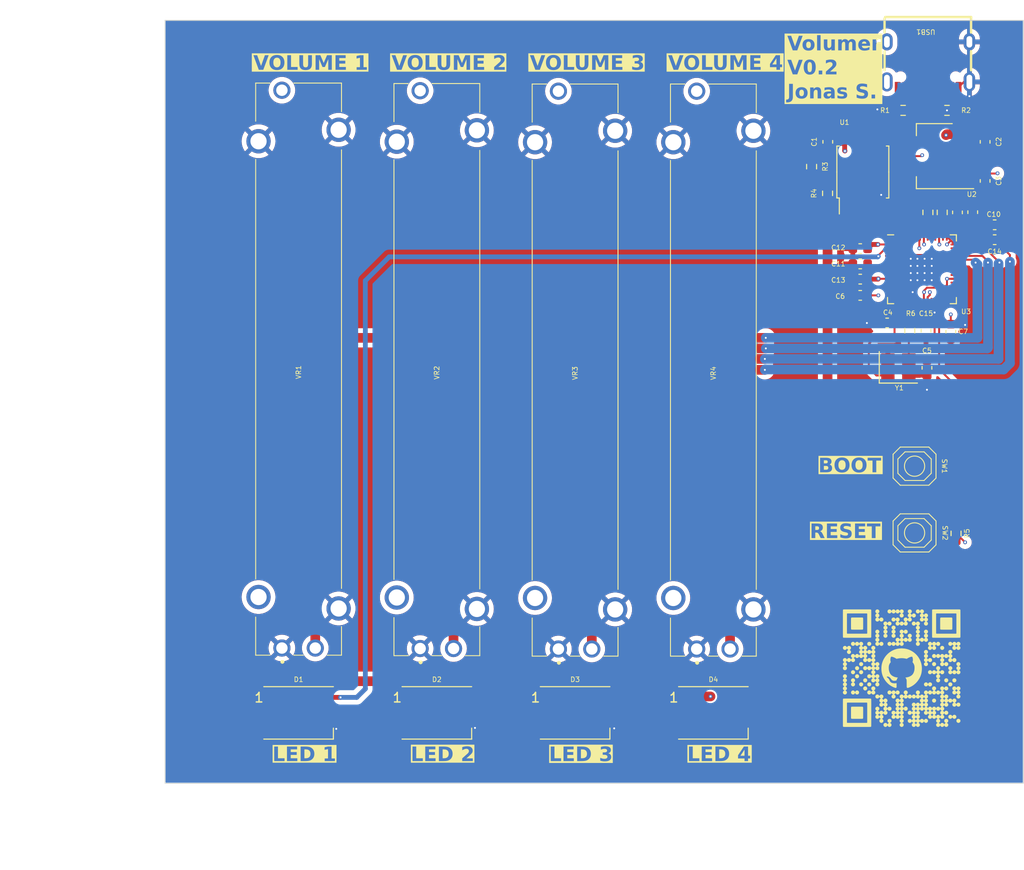
<source format=kicad_pcb>
(kicad_pcb (version 20221018) (generator pcbnew)
  (layers (0 "F.Cu" signal "FRONT") (1 "In1.Cu" power "GND") (2 "In2.Cu" power "POWER") (31 "B.Cu" signal "BACK") (34 "B.Paste" user) (35 "F.Paste" user) (36 "B.SilkS" user "B.Silkscreen") (37 "F.SilkS" user "F.Silkscreen") (38 "B.Mask" user) (39 "F.Mask" user) (44 "Edge.Cuts" user))
  (net 0 "")
  (net 1 "GND")
  (net 2 "/rp2040/XIN")
  (net 3 "Net-(C5-Pad1)")
  (net 4 "/rp2040/1V1")
  (net 5 "Net-(D1-DOUT)")
  (net 6 "/LED")
  (net 7 "+5V")
  (net 8 "+3V3")
  (net 9 "Net-(D2-DOUT)")
  (net 14 "/rp2040/~{RST}")
  (net 15 "/rp2040/XOUT")
  (net 16 "/rp2040/QSPI_SS")
  (net 17 "/rp2040/N_USB_D+")
  (net 18 "/USB_D+")
  (net 19 "/rp2040/N_USB_D-")
  (net 20 "/USB_D-")
  (net 21 "/rp2040/~{USB_BOOT}")
  (net 22 "Net-(USB1-CC2)")
  (net 23 "Net-(USB1-CC1)")
  (net 24 "/rp2040/QSPI_SD1")
  (net 25 "/rp2040/QSPI_SD2")
  (net 26 "/rp2040/QSPI_SD0")
  (net 27 "/rp2040/QSPI_CLK")
  (net 28 "/rp2040/QSPI_SD3")
  (net 40 "/rp2040/SWCLK")
  (net 41 "/rp2040/SWD")
  (net 52 "/vol_1")
  (net 55 "/vol_2")
  (net 56 "/vol_3")
  (net 57 "/vol_4")
  (net 58 "Net-(D3-DOUT)")
  (footprint "Resistor_SMD:R_0603_1608Metric" (layer "F.Cu") (at 190.95 99.3625 90)
    (fp_text reference "R5")
    (fp_text value "10k")
  )
  (footprint "Capacitor_SMD:C_0603_1608Metric" (layer "F.Cu") (at 195 67)
    (fp_text reference "C10")
    (fp_text value "100n")
  )
  (footprint "Capacitor_SMD:C_0603_1608Metric" (layer "F.Cu") (at 190.4 78.2 -90)
    (fp_text reference "C7")
    (fp_text value "100n")
  )
  (footprint "Capacitor_SMD:C_0603_1608Metric" (layer "F.Cu") (at 194 62.4 -90)
    (fp_text reference "C3")
    (fp_text value "10u")
  )
  (footprint "Resistor_SMD:R_0603_1608Metric" (layer "F.Cu") (at 189.5 65.7 90)
    (fp_text reference "R8" hide)
    (fp_text value "33")
  )
  (footprint "Resistor_SMD:R_0603_1608Metric" (layer "F.Cu") (at 190 55)
    (fp_text reference "R2")
    (fp_text value "5k1")
  )
  (footprint "slide_pot:PTA45432015CPB503" (layer "F.Cu") (at 163.75 111.4875 90)
    (fp_text reference "VR4")
    (fp_text value "slide_pot" hide)
  )
  (footprint "slide_pot:PTA45432015CPB503" (layer "F.Cu") (at 149.25 111.4875 90)
    (fp_text reference "VR3")
    (fp_text value "slide_pot" hide)
  )
  (footprint "Resistor_SMD:R_0603_1608Metric" (layer "F.Cu") (at 177.475048 63.7 90)
    (fp_text reference "R4")
    (fp_text value "1k")
  )
  (footprint "slide_pot:PTA45432015CPB503" (layer "F.Cu") (at 134.75 111.4375 90)
    (fp_text reference "VR2")
    (fp_text value "slide_pot" hide)
  )
  (footprint "Resistor_SMD:R_0603_1608Metric" (layer "F.Cu") (at 185.4 55 180)
    (fp_text reference "R1")
    (fp_text value "5k1")
  )
  (footprint "push_button:TS-1187A-B-A-B" (layer "F.Cu") (at 186.6 99.3125)
    (fp_text reference "SW2")
    (fp_text value "TS-3025-B-C-B ")
  )
  (footprint "Capacitor_SMD:C_0603_1608Metric" (layer "F.Cu") (at 180.9 69.5 180)
    (fp_text reference "C12")
    (fp_text value "100n")
  )
  (footprint "LED_SMD:LED_WS2812B_PLCC4_5.0x5.0mm_P3.2mm" (layer "F.Cu") (at 151 118.1875)
    (fp_text reference "D3")
    (fp_text value "WS2812B")
  )
  (footprint "Capacitor_SMD:C_0603_1608Metric" (layer "F.Cu") (at 194 58.3 -90)
    (fp_text reference "C2")
    (fp_text value "100n")
  )
  (footprint "Capacitor_SMD:C_0603_1608Metric" (layer "F.Cu") (at 195 68.5625)
    (fp_text reference "C14")
    (fp_text value "100n")
  )
  (footprint "Capacitor_SMD:C_0603_1608Metric" (layer "F.Cu") (at 183.725 77.3 180)
    (fp_text reference "C4")
    (fp_text value "30p")
  )
  (footprint "LED_SMD:LED_WS2812B_PLCC4_5.0x5.0mm_P3.2mm" (layer "F.Cu") (at 165.5 118.1875)
    (fp_text reference "D4")
    (fp_text value "WS2812B")
  )
  (footprint "USBC:USBC_16P" (layer "F.Cu") (at 188.024985 49.02262 180)
    (fp_text reference "USB1")
    (fp_text value "~")
  )
  (footprint "Resistor_SMD:R_0603_1608Metric" (layer "F.Cu") (at 175.8 60.9 -90)
    (fp_text reference "R3")
    (fp_text value "10k")
  )
  (footprint "Capacitor_SMD:C_0603_1608Metric" (layer "F.Cu") (at 187.9 82 -90)
    (fp_text reference "C5")
    (fp_text value "30p")
  )
  (footprint "Crystal:Crystal_SMD_3225-4Pin_3.2x2.5mm" (layer "F.Cu") (at 184.9 81.95)
    (fp_text reference "Y1")
    (fp_text value "12Mhz")
  )
  (footprint "libs:qr" (layer "F.Cu") (at 185.25 113.5)
    (fp_text reference "G***" hide)
    (fp_text value "LOGO" hide)
  )
  (footprint "LED_SMD:LED_WS2812B_PLCC4_5.0x5.0mm_P3.2mm" (layer "F.Cu") (at 136.5 118.1875)
    (fp_text reference "D2")
    (fp_text value "WS2812B")
  )
  (footprint "push_button:TS-1187A-B-A-B" (layer "F.Cu") (at 186.6 92.3125)
    (fp_text reference "SW1")
    (fp_text value "TS-3025-B-C-B ")
  )
  (footprint "Capacitor_SMD:C_0603_1608Metric" (layer "F.Cu") (at 192.7 65.675 90)
    (fp_text reference "C9" hide)
    (fp_text value "1u")
  )
  (footprint "Package_TO_SOT_SMD:SOT-223-3_TabPin2" (layer "F.Cu") (at 188.7 59.8 180)
    (fp_text reference "U2")
    (fp_text value "LD1117S33TR")
  )
  (footprint "Package_SO:SOIC-8_5.23x5.23mm_P1.27mm" (layer "F.Cu") (at 181.175048 61.462554 90)
    (fp_text reference "U1")
    (fp_text value "W25Q128JVS")
  )
  (footprint "Resistor_SMD:R_0603_1608Metric" (layer "F.Cu") (at 186.1 78.1 -90)
    (fp_text reference "R6")
    (fp_text value "1k")
  )
  (footprint "LED_SMD:LED_WS2812B_PLCC4_5.0x5.0mm_P3.2mm" (layer "F.Cu") (at 122 118.1875)
    (fp_text reference "D1")
    (fp_text value "WS2812B")
  )
  (footprint "Capacitor_SMD:C_0603_1608Metric" (layer "F.Cu") (at 191.1 65.7 90)
    (fp_text reference "C8" hide)
    (fp_text value "1u")
  )
  (footprint "Package_DFN_QFN:QFN-56-1EP_7x7mm_P0.4mm_EP3.2x3.2mm" (layer "F.Cu") (at 187.375048 71.662554)
    (fp_text reference "U3")
    (fp_text value "RP2040")
  )
  (footprint "Capacitor_SMD:C_0603_1608Metric" (layer "F.Cu") (at 180.9 74.4 180)
    (fp_text reference "C6")
    (fp_text value "100n")
  )
  (footprint "Capacitor_SMD:C_0603_1608Metric" (layer "F.Cu") (at 180.9 72.7 180)
    (fp_text reference "C13")
    (fp_text value "100n")
  )
  (footprint "Capacitor_SMD:C_0603_1608Metric" (layer "F.Cu") (at 180.9 71.1 180)
    (fp_text reference "C11")
    (fp_text value "100n")
  )
  (footprint "Resistor_SMD:R_0603_1608Metric" (layer "F.Cu") (at 188 65.7 90)
    (fp_text reference "R7" hide)
    (fp_text value "33")
  )
  (footprint "Capacitor_SMD:C_0603_1608Metric" (layer "F.Cu") (at 177.5 58.3 90)
    (fp_text reference "C1")
    (fp_text value "100n")
  )
  (footprint "Capacitor_SMD:C_0603_1608Metric" (layer "F.Cu") (at 187.8 78.1 -90)
    (fp_text reference "C15")
    (fp_text value "100n")
  )
  (footprint "slide_pot:PTA45432015CPB503" (layer "F.Cu") (at 120.25 111.3875 90)
    (fp_text reference "VR1")
    (fp_text value "slide_pot" hide)
  )
  (gr_rect (start 108 45.5625) (end 198 125.5625) (stroke (width 0.1)) (fill none) (layer "Edge.Cuts"))
  (gr_text "VOLUME 3" (at 146.25 51) (layer "F.SilkS" knockout) (effects (font (size 1.5 1.5) (thickness 0.3) bold) (justify left bottom)))
  (gr_text "LED 1" (at 119.25 123.5) (layer "F.SilkS" knockout) (effects (font (size 1.5 1.5) (thickness 0.3) bold) (justify left bottom)))
  (gr_text "VOLUME 1" (at 117.25 51) (layer "F.SilkS" knockout) (effects (font (size 1.5 1.5) (thickness 0.3) bold) (justify left bottom)))
  (gr_text "VOLUME 2" (at 131.75 51) (layer "F.SilkS" knockout) (effects (font (size 1.5 1.5) (thickness 0.3) bold) (justify left bottom)))
  (gr_text "LED 3" (at 148.25 123.5) (layer "F.SilkS" knockout) (effects (font (size 1.5 1.5) (thickness 0.3) bold) (justify left bottom)))
  (gr_text "RESET" (at 175.6 100.1125) (layer "F.SilkS" knockout) (effects (font (size 1.5 1.5) (thickness 0.3) bold) (justify left bottom)))
  (gr_text "BOOT" (at 176.5 93.2125) (layer "F.SilkS" knockout) (effects (font (size 1.5 1.5) (thickness 0.3) bold) (justify left bottom)))
  (gr_text "VOLUME 4" (at 160.75 51) (layer "F.SilkS" knockout) (effects (font (size 1.5 1.5) (thickness 0.3) bold) (justify left bottom)))
  (gr_text "LED 4" (at 162.75 123.5) (layer "F.SilkS" knockout) (effects (font (size 1.5 1.5) (thickness 0.3) bold) (justify left bottom)))
  (gr_text "LED 2" (at 133.75 123.5) (layer "F.SilkS" knockout) (effects (font (size 1.5 1.5) (thickness 0.3) bold) (justify left bottom)))
  (gr_text "Volumer \nV0.2\nJonas S." (at 173.25 54) (layer "F.SilkS" knockout) (effects (font (size 1.5 1.5) (thickness 0.3) bold) (justify left bottom)))
  (segment (start 190.825 55) (end 190 55) (width 0.2032) (layer "F.Cu") (net 1))
  (segment (start 138.95 119.8375) (end 140.425 119.8375) (width 0.2032) (layer "F.Cu") (net 1))
  (segment (start 125.925 119.8375) (end 125.95 119.8625) (width 0.2032) (layer "F.Cu") (net 1))
  (segment (start 182.7 54.9) (end 184.475 54.9) (width 0.2032) (layer "F.Cu") (net 1))
  (segment (start 188.7 76.2) (end 188.7 78.5) (width 0.2032) (layer "F.Cu") (net 1))
  (segment (start 182.95 77.3) (end 181.6 77.3) (width 0.2032) (layer "F.Cu") (net 1))
  (segment (start 192.34997 53.51247) (end 192.35 53.5125) (width 0.2032) (layer "F.Cu") (net 1))
  (segment (start 184.824966 54.750034) (end 184.575 55) (width 0.2032) (layer "F.Cu") (net 1))
  (segment (start 192.34997 52.012644) (end 191.774914 52.012644) (width 0.2032) (layer "F.Cu") (net 1))
  (segment (start 184.824966 52.562554) (end 184.824966 54.750034) (width 0.2032) (layer "F.Cu") (net 1))
  (segment (start 186.4 74.0625) (end 186.375048 74.087452) (width 0.2032) (layer "F.Cu") (net 1))
  (segment (start 183.8 81.1) (end 185.5 82.8) (width 0.2032) (layer "F.Cu") (net 1))
  (segment (start 155.075 119.8375) (end 155.1 119.8125) (width 0.2032) (layer "F.Cu") (net 1))
  (segment (start 190.4 78.975) (end 191.025 78.975) (width 0.2032) (layer "F.Cu") (net 1))
  (segment (start 188.325 78.875) (end 187.8 78.875) (width 0.2032) (layer "F.Cu") (net 1))
  (segment (start 140.425 119.8375) (end 140.5 119.7625) (width 0.2032) (layer "F.Cu") (net 1))
  (segment (start 153.45 119.8375) (end 155.075 119.8375) (width 0.2032) (layer "F.Cu") (net 1))
  (segment (start 187.9 82.775) (end 187.9 84.3) (width 0.2032) (layer "F.Cu") (net 1))
  (segment (start 124.45 119.8375) (end 125.925 119.8375) (width 0.2032) (layer "F.Cu") (net 1))
  (segment (start 185.5 82.8) (end 186 82.8) (width 0.2032) (layer "F.Cu") (net 1))
  (segment (start 184.475 54.9) (end 184.575 55) (width 0.2032) (layer "F.Cu") (net 1))
  (segment (start 183.080048 63.882452) (end 183.1 63.8625) (width 0.2032) (layer "F.Cu") (net 1))
  (segment (start 191.025 78.975) (end 191.9 78.1) (width 0.2032) (layer "F.Cu") (net 1))
  (segment (start 192.34997 52.012644) (end 192.34997 53.51247) (width 0.2032) (layer "F.Cu") (net 1))
  (segment (start 191.774914 52.012644) (end 191.225004 52.562554) (width 0.2032) (layer "F.Cu") (net 1))
  (segment (start 186.375048 74.087452) (end 186.375048 75.100054) (width 0.2032) (layer "F.Cu") (net 1))
  (segment (start 188.7 78.5) (end 188.325 78.875) (width 0.2032) (layer "F.Cu") (net 1))
  (segment (start 182.7 54.9) (end 182.73262 54.93262) (width 0.2032) (layer "F.Cu") (net 1))
  (segment (start 191.9 78.1) (end 191.9 77.5) (width 0.2032) (layer "F.Cu") (net 1))
  (segment (start 153.325 119.8375) (end 153.3 119.8625) (width 0.2032) (layer "F.Cu") (net 1))
  (segment (start 183.080048 65.062554) (end 183.080048 63.882452) (width 0.2032) (layer "F.Cu") (net 1))
  (via (at 140.5 119.7625) (size 0.4) (drill 0.2) (layers "F.Cu" "B.Cu") (net 1))
  (via (at 192.35 53.5125) (size 0.4) (drill 0.2) (layers "F.Cu" "B.Cu") (net 1))
  (via (at 187.65 72.8125) (size 0.4) (drill 0.2) (layers "F.Cu" "B.Cu") (net 1))
  (via (at 190 55) (size 0.4) (drill 0.2) (layers "F.Cu" "B.Cu") (net 1))
  (via (at 186.2 71.3125) (size 0.4) (drill 0.2) (layers "F.Cu" "B.Cu") (net 1))
  (via (at 187.65 72.0625) (size 0.4) (drill 0.2) (layers "F.Cu" "B.Cu") (net 1))
  (via (at 188.4 71.3125) (size 0.4) (drill 0.2) (layers "F.Cu" "B.Cu") (net 1))
  (via (at 186.9 72.0625) (size 0.4) (drill 0.2) (layers "F.Cu" "B.Cu") (net 1))
  (via (at 186.2 70.5625) (size 0.4) (drill 0.2) (layers "F.Cu" "B.Cu") (net 1))
  (via (at 188.4 72.8125) (size 0.4) (drill 0.2) (layers "F.Cu" "B.Cu") (net 1))
  (via (at 187.65 71.3125) (size 0.4) (drill 0.2) (layers "F.Cu" "B.Cu") (net 1))
  (via (at 155.1 119.8125) (size 0.4) (drill 0.2) (layers "F.Cu" "B.Cu") (net 1))
  (via (at 186.9 71.3125) (size 0.4) (drill 0.2) (layers "F.Cu" "B.Cu") (net 1))
  (via (at 186.2 72.0625) (size 0.4) (drill 0.2) (layers "F.Cu" "B.Cu") (net 1))
  (via (at 187.65 70.5625) (size 0.4) (drill 0.2) (layers "F.Cu" "B.Cu") (net 1))
  (via (at 181.6 77.3) (size 0.4) (drill 0.2) (layers "F.Cu" "B.Cu") (net 1))
  (via (at 182.7 54.9) (size 0.4) (drill 0.2) (layers "F.Cu" "B.Cu") (net 1))
  (via (at 188.7 76.2) (size 0.4) (drill 0.2) (layers "F.Cu" "B.Cu") (net 1))
  (via (at 186.4 74.0625) (size 0.4) (drill 0.2) (layers "F.Cu" "B.Cu") (net 1))
  (via (at 188.4 72.0625) (size 0.4) (drill 0.2) (layers "F.Cu" "B.Cu") (net 1))
  (via (at 186.9 72.8125) (size 0.4) (drill 0.2) (layers "F.Cu" "B.Cu") (net 1))
  (via (at 186.9 70.5625) (size 0.4) (drill 0.2) (layers "F.Cu" "B.Cu") (net 1))
  (via (at 125.95 119.8625) (size 0.4) (drill 0.2) (layers "F.Cu" "B.Cu") (net 1))
  (via (at 188.4 70.5625) (size 0.4) (drill 0.2) (layers "F.Cu" "B.Cu") (net 1))
  (via (at 183.1 63.8625) (size 0.4) (drill 0.2) (layers "F.Cu" "B.Cu") (net 1))
  (via (at 191.9 77.5) (size 0.4) (drill 0.2) (layers "F.Cu" "B.Cu") (net 1))
  (via (at 187.9 84.3) (size 0.4) (drill 0.2) (layers "F.Cu" "B.Cu") (net 1))
  (via (at 186.2 72.8125) (size 0.4) (drill 0.2) (layers "F.Cu" "B.Cu") (net 1))
  (segment (start 184.4 78.8) (end 182.5 78.8) (width 0.2032) (layer "F.Cu") (net 2))
  (segment (start 186.775048 75.100054) (end 186.775048 75.477672) (width 0.2032) (layer "F.Cu") (net 2))
  (segment (start 184.8 76.2) (end 184.5 76.5) (width 0.2032) (layer "F.Cu") (net 2))
  (segment (start 181.8 82) (end 182.6 82.8) (width 0.2032) (layer "F.Cu") (net 2))
  (segment (start 186.775048 75.100054) (end 186.775048 75.577452) (width 0.2032) (layer "F.Cu") (net 2))
  (segment (start 181.8 79.5) (end 181.8 82) (width 0.2032) (layer "F.Cu") (net 2))
  (segment (start 184.5 76.5) (end 184.5 77.3) (width 0.2032) (layer "F.Cu") (net 2))
  (segment (start 182.6 82.8) (end 183.8 82.8) (width 0.2032) (layer "F.Cu") (net 2))
  (segment (start 182.5 78.8) (end 181.8 79.5) (width 0.2032) (layer "F.Cu") (net 2))
  (segment (start 186.05272 76.2) (end 184.8 76.2) (width 0.2032) (layer "F.Cu") (net 2))
  (segment (start 184.5 77.3) (end 184.5 78.7) (width 0.2032) (layer "F.Cu") (net 2))
  (segment (start 186.775048 75.477672) (end 186.05272 76.2) (width 0.2032) (layer "F.Cu") (net 2))
  (segment (start 184.5 78.7) (end 184.4 78.8) (width 0.2032) (layer "F.Cu") (net 2))
  (segment (start 187.775 81.1) (end 187.9 81.225) (width 0.2032) (layer "F.Cu") (net 3))
  (segment (start 186.1 78.925) (end 186 79.025) (width 0.2032) (layer "F.Cu") (net 3))
  (segment (start 186 79.025) (end 186 81.1) (width 0.2032) (layer "F.Cu") (net 3))
  (segment (start 186 81.1) (end 187.775 81.1) (width 0.2032) (layer "F.Cu") (net 3))
  (segment (start 189.175048 67.847436) (end 189.622484 67.4) (width 0.2032) (layer "F.Cu") (net 4))
  (segment (start 187.175048 68.225054) (end 187.1 68.300102) (width 0.2032) (layer "F.Cu") (net 4))
  (segment (start 190.175 67.4) (end 191.1 66.475) (width 0.2032) (layer "F.Cu") (net 4))
  (segment (start 190.4 77.425) (end 190.4 76.4) (width 0.2032) (layer "F.Cu") (net 4))
  (segment (start 189.622484 67.4) (end 190.175 67.4) (width 0.2032) (layer "F.Cu") (net 4))
  (segment (start 181.675 74.4) (end 182.8 74.4) (width 0.2032) (layer "F.Cu") (net 4))
  (segment (start 187.1 68.300102) (end 187.1 69.4625) (width 0.2032) (layer "F.Cu") (net 4))
  (segment (start 189.175048 68.225054) (end 189.175048 69.037548) (width 0.2032) (layer "F.Cu") (net 4))
  (segment (start 187.975048 75.100054) (end 187.975048 74.587452) (width 0.2032) (layer "F.Cu") (net 4))
  (segment (start 189.175048 68.225054) (end 189.175048 67.847436) (width 0.2032) (layer "F.Cu") (net 4))
  (segment (start 188.2 74.3625) (end 188.2 74.0625) (width 0.2032) (layer "F.Cu") (net 4))
  (segment (start 189.175048 69.037548) (end 189.2 69.0625) (width 0.2032) (layer "F.Cu") (net 4))
  (segment (start 187.975048 74.587452) (end 188.2 74.3625) (width 0.2032) (layer "F.Cu") (net 4))
  (via (at 189.2 69.0625) (size 0.4) (drill 0.2) (layers "F.Cu" "B.Cu") (net 4))
  (via (at 187.1 69.4625) (size 0.4) (drill 0.2) (layers "F.Cu" "B.Cu") (net 4))
  (via (at 188.2 74.0625) (size 0.4) (drill 0.2) (layers "F.Cu" "B.Cu") (net 4))
  (via (at 190.4 76.4) (size 0.4) (drill 0.2) (layers "F.Cu" "B.Cu") (net 4))
  (via (at 182.8 74.4) (size 0.4) (drill 0.2) (layers "F.Cu" "B.Cu") (net 4))
  (segment (start 119.55 119.8375) (end 121.225 118.1625) (width 1.016) (layer "F.Cu") (net 5))
  (segment (start 121.225 118.1625) (end 138.2 118.1625) (width 1.016) (layer "F.Cu") (net 5))
  (segment (start 138.95 117.4125) (end 138.95 116.5375) (width 1.016) (layer "F.Cu") (net 5))
  (segment (start 138.2 118.1625) (end 138.95 117.4125) (width 1.016) (layer "F.Cu") (net 5))
  (segment (start 124.475 116.5625) (end 124.45 116.5375) (width 0.508) (layer "F.Cu") (net 6))
  (segment (start 182.8 70.222484) (end 183.55993 69.462554) (width 0.2032) (layer "F.Cu") (net 6))
  (segment (start 126.4 116.5625) (end 124.475 116.5625) (width 0.508) (layer "F.Cu") (net 6))
  (segment (start 182.8 70.3) (end 182.8 70.222484) (width 0.2032) (layer "F.Cu") (net 6))
  (segment (start 183.55993 69.462554) (end 183.937548 69.462554) (width 0.2032) (layer "F.Cu") (net 6))
  (via (at 126.4 116.5625) (size 0.4) (drill 0.2) (layers "F.Cu" "B.Cu") (net 6))
  (via (at 182.8 70.3) (size 0.4) (drill 0.2) (layers "F.Cu" "B.Cu") (net 6))
  (segment (start 182.7375 70.3625) (end 131.5 70.3625) (width 0.508) (layer "B.Cu") (net 6))
  (segment (start 129 115.6625) (end 128.1 116.5625) (width 0.508) (layer "B.Cu") (net 6))
  (segment (start 182.8 70.3) (end 182.7375 70.3625) (width 0.508) (layer "B.Cu") (net 6))
  (segment (start 131.5 70.3625) (end 129 72.8625) (width 0.508) (layer "B.Cu") (net 6))
  (segment (start 128.1 116.5625) (end 126.4 116.5625) (width 0.508) (layer "B.Cu") (net 6))
  (segment (start 129 72.8625) (end 129 115.6625) (width 0.508) (layer "B.Cu") (net 6))
  (segment (start 135.7 114.8875) (end 135.7 114.8625) (width 1.016) (layer "F.Cu") (net 7))
  (segment (start 190.424904 52.562554) (end 190.424904 53.287404) (width 0.508) (layer "F.Cu") (net 7))
  (segment (start 119.55 116.5375) (end 121.225 114.8625) (width 1.016) (layer "F.Cu") (net 7))
  (segment (start 189.155862 50.8625) (end 190.424904 52.131542) (width 0.2032) (layer "F.Cu") (net 7))
  (segment (start 190 57.5) (end 191.85 57.5) (width 1.016) (layer "F.Cu") (net 7))
  (segment (start 193.975 57.5) (end 194 57.525) (width 0.508) (layer "F.Cu") (net 7))
  (segment (start 132.375 114.8625) (end 134.05 116.5375) (width 1.016) (layer "F.Cu") (net 7))
  (segment (start 150.025 115.0625) (end 161.575 115.0625) (width 1.016) (layer "F.Cu") (net 7))
  (segment (start 186.757027 50.8625) (end 189.155862 50.8625) (width 0.2032) (layer "F.Cu") (net 7))
  (segment (start 161.575 115.0625) (end 163.05 116.5375) (width 1.016) (layer "F.Cu") (net 7))
  (segment (start 134.05 116.5375) (end 135.7 114.8875) (width 1.016) (layer "F.Cu") (net 7))
  (segment (start 148.55 116.5375) (end 150.025 115.0625) (width 1.016) (layer "F.Cu") (net 7))
  (segment (start 165.2 116.4625) (end 163.125 116.4625) (width 1.016) (layer "F.Cu") (net 7))
  (segment (start 135.7 114.8625) (end 146.875 114.8625) (width 1.016) (layer "F.Cu") (net 7))
  (segment (start 191.85 54.7125) (end 191.85 57.5) (width 0.508) (layer "F.Cu") (net 7))
  (segment (start 185.624812 52.562554) (end 185.624812 51.994715) (width 0.2032) (layer "F.Cu") (net 7))
  (segment (start 191.85 57.5) (end 193.975 57.5) (width 0.508) (layer "F.Cu") (net 7))
  (segment (start 190.424904 53.287404) (end 191.85 54.7125) (width 0.508) (layer "F.Cu") (net 7))
  (segment (start 163.125 116.4625) (end 163.05 116.5375) (width 1.016) (layer "F.Cu") (net 7))
  (segment (start 146.875 114.8625) (end 148.55 116.5375) (width 1.016) (layer "F.Cu") (net 7))
  (segment (start 189.9 57.6) (end 190 57.5) (width 1.016) (layer "F.Cu") (net 7))
  (segment (start 185.624812 51.994715) (end 186.757027 50.8625) (width 0.2032) (layer "F.Cu") (net 7))
  (segment (start 121.225 114.8625) (end 132.375 114.8625) (width 1.016) (layer "F.Cu") (net 7))
  (segment (start 190.424904 52.131542) (end 190.424904 52.562554) (width 0.2032) (layer "F.Cu") (net 7))
  (via (at 189.9 57.6) (size 0.4) (drill 0.2) (layers "F.Cu" "B.Cu") (net 7))
  (via (at 165.2 116.4625) (size 0.4) (drill 0.2) (layers "F.Cu" "B.Cu") (net 7))
  (segment (start 193.675 66.45) (end 194.225 67) (width 0.2032) (layer "F.Cu") (net 8))
  (segment (start 179.099946 58.462554) (end 177.727446 58.462554) (width 0.508) (layer "F.Cu") (net 8))
  (segment (start 182.762554 72.7) (end 182.8 72.662554) (width 0.508) (layer "F.Cu") (net 8))
  (segment (start 191.4725 99.8725) (end 190.95 99.8725) (width 0.2032) (layer "F.Cu") (net 8))
  (segment (start 187.575048 75.100054) (end 187.575048 77.100048) (width 0.2032) (layer "F.Cu") (net 8))
  (segment (start 182.762554 69.062554) (end 183.937548 69.062554) (width 0.2032) (layer "F.Cu") (net 8))
  (segment (start 195.275 61.625) (end 195.3 61.6) (width 0.2032) (layer "F.Cu") (net 8))
  (segment (start 191.825048 60.362554) (end 193.362554 60.362554) (width 0.508) (layer "F.Cu") (net 8))
  (segment (start 190.406247 68.656253) (end 190.812548 69.062554) (width 0.2032) (layer "F.Cu") (net 8))
  (segment (start 179.270048 59.232548) (end 179.3 59.2625) (width 0.508) (layer "F.Cu") (net 8))
  (segment (start 190.812548 68.749952) (end 192.7 66.8625) (width 0.2032) (layer "F.Cu") (net 8))
  (segment (start 181.675 71.1) (end 181.675 72.7) (width 0.2032) (layer "F.Cu") (net 8))
  (segment (start 187.6 74.0625) (end 187.6 73.9) (width 0.2032) (layer "F.Cu") (net 8))
  (segment (start 179.270048 57.862554) (end 179.270048 59.232548) (width 0.508) (layer "F.Cu") (net 8))
  (segment (start 187.9 73.6) (end 189.7 73.6) (width 0.2032) (layer "F.Cu") (net 8))
  (segment (start 187.3 59.8) (end 187.4 59.7) (width 0.2032) (layer "F.Cu") (net 8))
  (segment (start 187.575048 69.037548) (end 187.6 69.0625) (width 0.2032) (layer "F.Cu") (net 8))
  (segment (start 187.975048 67.787452) (end 187.975048 68.225054) (width 0.2032) (layer "F.Cu") (net 8))
  (segment (start 187.575048 77.100048) (end 187.8 77.325) (width 0.2032) (layer "F.Cu") (net 8))
  (segment (start 190 73.3) (end 190 72.6625) (width 0.2032) (layer "F.Cu") (net 8))
  (segment (start 177.727446 58.462554) (end 175.8 60.39) (width 0.508) (layer "F.Cu") (net 8))
  (segment (start 191.9 100.3) (end 191.4725 99.8725) (width 0.2032) (layer "F.Cu") (net 8))
  (segment (start 187.575048 68.225054) (end 187.975048 68.225054) (width 0.2032) (layer "F.Cu") (net 8))
  (segment (start 192.7 66.8625) (end 192.7 66.45) (width 0.2032) (layer "F.Cu") (net 8))
  (segment (start 190.812548 69.062554) (end 190.812548 68.749952) (width 0.2032) (layer "F.Cu") (net 8))
  (segment (start 189.575048 68.225054) (end 189.975048 68.225054) (width 0.2032) (layer "F.Cu") (net 8))
  (segment (start 179.270048 57.862554) (end 179.270048 58.292452) (width 0.508) (layer "F.Cu") (net 8))
  (segment (start 194.225 67) (end 194.225 68.5625) (width 0.2032) (layer "F.Cu") (net 8))
  (segment (start 179.270048 58.292452) (end 179.099946 58.462554) (width 0.508) (layer "F.Cu") (net 8))
  (segment (start 187.575048 68.225054) (end 187.575048 69.037548) (width 0.2032) (layer "F.Cu") (net 8))
  (segment (start 190.000054 72.662554) (end 190 72.6625) (width 0.2032) (layer "F.Cu") (net 8))
  (segment (start 189.975048 68.225054) (end 190.406247 68.656253) (width 0.2032) (layer "F.Cu") (net 8))
  (segment (start 190.812548 72.662554) (end 190.000054 72.662554) (width 0.2032) (layer "F.Cu") (net 8))
  (segment (start 193.362554 60.362554) (end 194 61) (width 0.508) (layer "F.Cu") (net 8))
  (segment (start 182.8 72.662554) (end 183.937548 72.662554) (width 0.2032) (layer "F.Cu") (net 8))
  (segment (start 187.575048 74.087452) (end 187.575048 75.100054) (width 0.2032) (layer "F.Cu") (net 8))
  (segment (start 189.7 73.6) (end 190 73.3) (width 0.2032) (layer "F.Cu") (net 8))
  (segment (start 182.762554 69.062554) (end 182.112446 69.062554) (width 0.508) (layer "F.Cu") (net 8))
  (segment (start 185.55 59.8) (end 187.3 59.8) (width 0.2032) (layer "F.Cu") (net 8))
  (segment (start 187.6 73.9) (end 187.9 73.6) (width 0.2032) (layer "F.Cu") (net 8))
  (segment (start 182.112446 69.062554) (end 181.675 69.5) (width 0.508) (layer "F.Cu") (net 8))
  (segment (start 187.6 74.0625) (end 187.575048 74.087452) (width 0.2032) (layer "F.Cu") (net 8))
  (segment (start 192.7 66.45) (end 193.675 66.45) (width 0.2032) (layer "F.Cu") (net 8))
  (segment (start 181.675 72.7) (end 182.762554 72.7) (width 0.508) (layer "F.Cu") (net 8))
  (segment (start 190.406247 68.656253) (end 190 69.0625) (width 0.2032) (layer "F.Cu") (net 8))
  (segment (start 194 61) (end 194 61.92) (width 0.508) (layer "F.Cu") (net 8))
  (segment (start 194 61.625) (end 195.275 61.625) (width 0.2032) (layer "F.Cu") (net 8))
  (via (at 187.6 74.0625) (size 0.4) (drill 0.2) (layers "F.Cu" "B.Cu") (net 8))
  (via (at 190 69.0625) (size 0.4) (drill 0.2) (layers "F.Cu" "B.Cu") (net 8))
  (via (at 179.3 59.2625) (size 0.4) (drill 0.2) (layers "F.Cu" "B.Cu") (net 8))
  (via (at 187.4 59.7) (size 0.4) (drill 0.2) (layers "F.Cu" "B.Cu") (net 8))
  (via (at 187.6 69.0625) (size 0.4) (drill 0.2) (layers "F.Cu" "B.Cu") (net 8))
  (via (at 195.3 61.6) (size 0.4) (drill 0.2) (layers "F.Cu" "B.Cu") (net 8))
  (via (at 190 72.6625) (size 0.4) (drill 0.2) (layers "F.Cu" "B.Cu") (net 8))
  (via (at 191.9 100.3) (size 0.4) (drill 0.2) (layers "F.Cu" "B.Cu") (net 8))
  (via (at 182.8 72.662554) (size 0.4) (drill 0.2) (layers "F.Cu" "B.Cu") (net 8))
  (via (at 182.762554 69.062554) (size 0.4) (drill 0.2) (layers "F.Cu" "B.Cu") (net 8))
  (segment (start 134.05 119.8375) (end 135.875 121.6625) (width 1.016) (layer "F.Cu") (net 9))
  (segment (start 135.875 121.6625) (end 140.2 121.6625) (width 1.016) (layer "F.Cu") (net 9))
  (segment (start 143.7 118.1625) (end 151.825 118.1625) (width 1.016) (layer "F.Cu") (net 9))
  (segment (start 140.2 121.6625) (end 143.7 118.1625) (width 1.016) (layer "F.Cu") (net 9))
  (segment (start 151.825 118.1625) (end 153.45 116.5375) (width 1.016) (layer "F.Cu") (net 9))
  (segment (start 190.95 98.8525) (end 190.95 97.9125) (width 1.016) (layer "F.Cu") (net 14))
  (segment (start 189.85 97.4625) (end 191.75 95.5625) (width 0.2032) (layer "F.Cu") (net 14))
  (segment (start 191.75 95.5625) (end 191.75 84.7125) (width 0.2032) (layer "F.Cu") (net 14))
  (segment (start 190.5 97.4625) (end 189.85 97.4625) (width 1.016) (layer "F.Cu") (net 14))
  (segment (start 191.75 84.7125) (end 189.175048 82.137548) (width 0.2032) (layer "F.Cu") (net 14))
  (segment (start 190.95 97.9125) (end 190.5 97.4625) (width 1.016) (layer "F.Cu") (net 14))
  (segment (start 189.175048 82.137548) (end 189.175048 75.100054) (width 0.2032) (layer "F.Cu") (net 14))
  (segment (start 187.175048 76.199952) (end 186.1 77.275) (width 0.2032) (layer "F.Cu") (net 15))
  (segment (start 187.175048 75.100054) (end 187.175048 76.199952) (width 0.2032) (layer "F.Cu") (net 15))
  (segment (start 179.3 62.5625) (end 179.3 65.032602) (width 0.508) (layer "F.Cu") (net 16))
  (segment (start 175.8 61.41) (end 175.852554 61.462554) (width 0.508) (layer "F.Cu") (net 16))
  (segment (start 177.3 61.462554) (end 177.6 61.462554) (width 0.508) (layer "F.Cu") (net 16))
  (segment (start 179.270048 65.062554) (end 179.270048 66.132548) (width 0.2032) (layer "F.Cu") (net 16))
  (segment (start 179.270048 66.132548) (end 180.4 67.2625) (width 0.2032) (layer "F.Cu") (net 16))
  (segment (start 184.775048 67.437548) (end 184.775048 68.225054) (width 0.2032) (layer "F.Cu") (net 16))
  (segment (start 175.852554 61.462554) (end 177.3 61.462554) (width 0.508) (layer "F.Cu") (net 16))
  (segment (start 184.6 67.2625) (end 184.775048 67.437548) (width 0.2032) (layer "F.Cu") (net 16))
  (segment (start 180.4 67.2625) (end 184.6 67.2625) (width 0.2032) (layer "F.Cu") (net 16))
  (segment (start 179.3 65.032602) (end 179.270048 65.062554) (width 0.508) (layer "F.Cu") (net 16))
  (segment (start 177.6 61.462554) (end 178.200054 61.462554) (width 0.508) (layer "F.Cu") (net 16))
  (segment (start 177.475048 62.875) (end 177.475048 61.587506) (width 0.508) (layer "F.Cu") (net 16))
  (segment (start 177.475048 61.587506) (end 177.6 61.462554) (width 0.508) (layer "F.Cu") (net 16))
  (segment (start 178.200054 61.462554) (end 179.3 62.5625) (width 0.508) (layer "F.Cu") (net 16))
  (segment (start 177.475048 61.637602) (end 177.3 61.462554) (width 0.2032) (layer "F.Cu") (net 16))
  (segment (start 188 66.525) (end 188.375048 66.900048) (width 0.2032) (layer "F.Cu") (net 17))
  (segment (start 188.375048 68.225054) (end 188.350047 68.200053) (width 0.2) (layer "F.Cu") (net 17))
  (segment (start 188.375048 66.900048) (end 188.375048 68.225054) (width 0.2032) (layer "F.Cu") (net 17))
  (segment (start 187.27505 52.562554) (end 187.27505 51.58745) (width 0.2) (layer "F.Cu") (net 18))
  (segment (start 188.4 56.2807) (end 188.350048 56.230748) (width 0.2032) (layer "F.Cu") (net 18))
  (segment (start 187.4 51.4625) (end 188.175048 51.4625) (width 0.2) (layer "F.Cu") (net 18))
  (segment (start 188.275048 51.5625) (end 188.275048 52.562554) (width 0.2) (layer "F.Cu") (net 18))
  (segment (start 187.299986 55.180686) (end 187.299986 53.412489) (width 0.2) (layer "F.Cu") (net 18))
  (segment (start 188 64.875) (end 188.4 64.475) (width 0.2032) (layer "F.Cu") (net 18))
  (segment (start 187.27505 53.387553) (end 187.27505 52.562554) (width 0.2) (layer "F.Cu") (net 18))
  (segment (start 188.350048 56.230748) (end 187.299986 55.180686) (width 0.2) (layer "F.Cu") (net 18))
  (segment (start 187.27505 51.58745) (end 187.4 51.4625) (width 0.2) (layer "F.Cu") (net 18))
  (segment (start 188.4 64.475) (end 188.4 56.2807) (width 0.2032) (layer "F.Cu") (net 18))
  (segment (start 187.299986 53.412489) (end 187.27505 53.387553) (width 0.2) (layer "F.Cu") (net 18))
  (segment (start 188.175048 51.4625) (end 188.275048 51.5625) (width 0.2) (layer "F.Cu") (net 18))
  (segment (start 188.775048 67.249952) (end 188.775048 68.225054) (width 0.2032) (layer "F.Cu") (net 19))
  (segment (start 188.775048 68.225054) (end 188.800049 68.200053) (width 0.2) (layer "F.Cu") (net 19))
  (segment (start 189.5 66.525) (end 188.775048 67.249952) (width 0.2032) (layer "F.Cu") (net 19))
  (segment (start 188.800048 64.175048) (end 189.5 64.875) (width 0.2) (layer "F.Cu") (net 20))
  (segment (start 187.774922 53.387553) (end 187.774922 52.562554) (width 0.2) (layer "F.Cu") (net 20))
  (segment (start 187.749986 54.994286) (end 187.749986 53.412489) (width 0.2) (layer "F.Cu") (net 20))
  (segment (start 187.749986 53.412489) (end 187.774922 53.387553) (width 0.2) (layer "F.Cu") (net 20))
  (segment (start 188.77492 52.562554) (end 188.77492 53.38758) (width 0.2032) (layer "F.Cu") (net 20))
  (segment (start 188.800048 56.044348) (end 187.749986 54.994286) (width 0.2) (layer "F.Cu") (net 20))
  (segment (start 188.7 53.4625) (end 187.849869 53.4625) (width 0.2032) (layer "F.Cu") (net 20))
  (segment (start 188.800048 56.044348) (end 188.800048 64.175048) (width 0.2) (layer "F.Cu") (net 20))
  (segment (start 187.849869 53.4625) (end 187.774922 53.387553) (width 0.2032) (layer "F.Cu") (net 20))
  (segment (start 188.77492 53.38758) (end 188.7 53.4625) (width 0.2032) (layer "F.Cu") (net 20))
  (segment (start 179.3 85.6625) (end 188 85.6625) (width 1.016) (layer "F.Cu") (net 21))
  (segment (start 177.475048 64.21) (end 177.475048 83.837548) (width 1.016) (layer "F.Cu") (net 21))
  (segment (start 188 85.6625) (end 189.85 87.5125) (width 1.016) (layer "F.Cu") (net 21))
  (segment (start 189.85 87.5125) (end 189.85 90.4625) (width 1.016) (layer "F.Cu") (net 21))
  (segment (start 177.475048 83.837548) (end 179.3 85.6625) (width 1.016) (layer "F.Cu") (net 21))
  (segment (start 186.274798 52.562554) (end 186.274798 54.950202) (width 0.2032) (layer "F.Cu") (net 22))
  (segment (start 186.274798 54.950202) (end 186.225 55) (width 0.2032) (layer "F.Cu") (net 22))
  (segment (start 189.274792 52.562554) (end 189.274792 54.900208) (width 0.2032) (layer "F.Cu") (net 23))
  (segment (start 189.274792 54.900208) (end 189.175 55) (width 0.2032) (layer "F.Cu") (net 23))
  (segment (start 184.9 66.8625) (end 185.175048 67.137548) (width 0.2032) (layer "F.Cu") (net 24))
  (segment (start 180.540048 65.062554) (end 180.540048 66.202548) (width 0.2032) (layer "F.Cu") (net 24))
  (segment (start 180.540048 66.202548) (end 181.2 66.8625) (width 0.2032) (layer "F.Cu") (net 24))
  (segment (start 181.2 66.8625) (end 184.9 66.8625) (width 0.2032) (layer "F.Cu") (net 24))
  (segment (start 185.175048 67.137548) (end 185.175048 68.225054) (width 0.2032) (layer "F.Cu") (net 24))
  (segment (start 181.810048 65.062554) (end 181.810048 66.072548) (width 0.2032) (layer "F.Cu") (net 25))
  (segment (start 185.1 66.4625) (end 185.575048 66.937548) (width 0.2032) (layer "F.Cu") (net 25))
  (segment (start 181.810048 66.072548) (end 182.2 66.4625) (width 0.2032) (layer "F.Cu") (net 25))
  (segment (start 182.2 66.4625) (end 185.1 66.4625) (width 0.2032) (layer "F.Cu") (net 25))
  (segment (start 185.575048 66.937548) (end 185.575048 68.225054) (width 0.2032) (layer "F.Cu") (net 25))
  (segment (start 185.975048 66.763732) (end 185.975048 68.225054) (width 0.2032) (layer "F.Cu") (net 26))
  (segment (start 183.080048 57.862554) (end 183.1 57.882506) (width 0.2032) (layer "F.Cu") (net 26))
  (segment (start 184.5158 64.404484) (end 184.5158 65.304484) (width 0.2032) (layer "F.Cu") (net 26))
  (segment (start 183.1 57.882506) (end 183.1 62.988684) (width 0.2032) (layer "F.Cu") (net 26))
  (segment (start 184.5158 65.304484) (end 185.975048 66.763732) (width 0.2032) (layer "F.Cu") (net 26))
  (segment (start 183.1 62.988684) (end 184.5158 64.404484) (width 0.2032) (layer "F.Cu") (net 26))
  (segment (start 183.9 63.375592) (end 184.8079 64.283492) (width 0.2032) (layer "F.Cu") (net 27))
  (segment (start 181.810048 57.862554) (end 181.810048 56.752452) (width 0.2032) (layer "F.Cu") (net 27))
  (segment (start 183.9 56.7625) (end 183.9 63.375592) (width 0.2032) (layer "F.Cu") (net 27))
  (segment (start 186.375048 66.75064) (end 186.375048 68.225054) (width 0.2032) (layer "F.Cu") (net 27))
  (segment (start 183.6 56.4625) (end 183.9 56.7625) (width 0.2032) (layer "F.Cu") (net 27))
  (segment (start 182.1 56.4625) (end 183.6 56.4625) (width 0.2032) (layer "F.Cu") (net 27))
  (segment (start 184.8079 64.283492) (end 184.8079 65.183492) (width 0.2032) (layer "F.Cu") (net 27))
  (segment (start 184.8079 65.183492) (end 186.375048 66.75064) (width 0.2032) (layer "F.Cu") (net 27))
  (segment (start 181.810048 56.752452) (end 182.1 56.4625) (width 0.2032) (layer "F.Cu") (net 27))
  (segment (start 180.540048 57.862554) (end 180.540048 56.522452) (width 0.2032) (layer "F.Cu") (net 28))
  (segment (start 185.1 65.0625) (end 186.775048 66.737548) (width 0.2032) (layer "F.Cu") (net 28))
  (segment (start 180.540048 56.522452) (end 181.2 55.8625) (width 0.2032) (layer "F.Cu") (net 28))
  (segment (start 183.8 55.8625) (end 184.1921 56.2546) (width 0.2032) (layer "F.Cu") (net 28))
  (segment (start 185.1 64.1625) (end 185.1 65.0625) (width 0.2032) (layer "F.Cu") (net 28))
  (segment (start 181.2 55.8625) (end 183.8 55.8625) (width 0.2032) (layer "F.Cu") (net 28))
  (segment (start 184.1921 63.2546) (end 185.1 64.1625) (width 0.2032) (layer "F.Cu") (net 28))
  (segment (start 184.1921 56.2546) (end 184.1921 63.2546) (width 0.2032) (layer "F.Cu") (net 28))
  (segment (start 186.775048 66.737548) (end 186.775048 68.225054) (width 0.2032) (layer "F.Cu") (net 28))
  (segment (start 193 70.9625) (end 192.700054 70.662554) (width 0.2032) (layer "F.Cu") (net 52))
  (segment (start 192.700054 70.662554) (end 190.812548 70.662554) (width 0.2032) (layer "F.Cu") (net 52))
  (segment (start 123.75 79.1625) (end 123.75 111.3875) (width 1.016) (layer "F.Cu") (net 52))
  (segment (start 124.0549 78.8576) (end 123.75 79.1625) (width 1.016) (layer "F.Cu") (net 52))
  (segment (start 170.9951 78.8576) (end 124.0549 78.8576) (width 1.016) (layer "F.Cu") (net 52))
  (via (at 193 70.9625) (size 0.4) (drill 0.2) (layers "F.Cu" "B.Cu") (net 52))
  (via (at 170.9951 78.8576) (size 0.4) (drill 0.2) (layers "F.Cu" "B.Cu") (net 52))
  (segment (start 193.1951 78.8576) (end 193.1951 71.1576) (width 1.016) (layer "B.Cu") (net 52))
  (segment (start 170.9951 78.8576) (end 193.1951 78.8576) (width 1.016) (layer "B.Cu") (net 52))
  (segment (start 193.1951 71.1576) (end 193 70.9625) (width 1.016) (layer "B.Cu") (net 52))
  (segment (start 138.25 80.1625) (end 138.25 111.4375) (width 1.016) (layer "F.Cu") (net 55))
  (segment (start 138.45 79.9625) (end 138.25 80.1625) (width 1.016) (layer "F.Cu") (net 55))
  (segment (start 171 79.9625) (end 138.45 79.9625) (width 1.016) (layer "F.Cu") (net 55))
  (segment (start 193.71345 70.262554) (end 190.812548 70.262554) (width 0.2032) (layer "F.Cu") (net 55))
  (segment (start 194.3 70.9625) (end 194.3 70.849104) (width 0.2032) (layer "F.Cu") (net 55))
  (segment (start 194.3 70.849104) (end 193.71345 70.262554) (width 0.2032) (layer "F.Cu") (net 55))
  (via (at 171 79.9625) (size 0.4) (drill 0.2) (layers "F.Cu" "B.Cu") (net 55))
  (via (at 194.3 70.9625) (size 0.4) (drill 0.2) (layers "F.Cu" "B.Cu") (net 55))
  (segment (start 194.224872 79.9625) (end 194.3 79.887372) (width 1.016) (layer "B.Cu") (net 55))
  (segment (start 194.3 79.887372) (end 194.3 70.9625) (width 1.016) (layer "B.Cu") (net 55))
  (segment (start 171 79.9625) (end 194.224872 79.9625) (width 1.016) (layer "B.Cu") (net 55))
  (segment (start 194.404954 69.862554) (end 190.812548 69.862554) (width 0.2032) (layer "F.Cu") (net 56))
  (segment (start 170.9 81.0674) (end 153.1951 81.0674) (width 1.016) (layer "F.Cu") (net 56))
  (segment (start 195.50245 70.96005) (end 194.404954 69.862554) (width 0.2032) (layer "F.Cu") (net 56))
  (segment (start 152.75 81.5125) (end 152.75 111.4875) (width 1.016) (layer "F.Cu") (net 56))
  (segment (start 153.1951 81.0674) (end 152.75 81.5125) (width 1.016) (layer "F.Cu") (net 56))
  (via (at 195.50245 70.96005) (size 0.4) (drill 0.2) (layers "F.Cu" "B.Cu") (net 56))
  (via (at 170.9 81.0674) (size 0.4) (drill 0.2) (layers "F.Cu" "B.Cu") (net 56))
  (segment (start 195.4049 81.0674) (end 195.4049 71.0576) (width 1.016) (layer "B.Cu") (net 56))
  (segment (start 170.9 81.0674) (end 195.4049 81.0674) (width 1.016) (layer "B.Cu") (net 56))
  (segment (start 196.6 70.1625) (end 195.900054 69.462554) (width 0.2032) (layer "F.Cu") (net 57))
  (segment (start 167.65 82.2125) (end 167.25 82.6125) (width 1.016) (layer "F.Cu") (net 57))
  (segment (start 170.9 82.2125) (end 167.65 82.2125) (width 1.016) (layer "F.Cu") (net 57))
  (segment (start 196.6 70.8625) (end 196.6 70.1625) (width 0.2032) (layer "F.Cu") (net 57))
  (segment (start 195.900054 69.462554) (end 190.812548 69.462554) (width 0.2032) (layer "F.Cu") (net 57))
  (segment (start 167.25 82.6125) (end 167.25 111.4875) (width 1.016) (layer "F.Cu") (net 57))
  (via (at 196.6 70.8625) (size 0.4) (drill 0.2) (layers "F.Cu" "B.Cu") (net 57))
  (via (at 170.9 82.2125) (size 0.4) (drill 0.2) (layers "F.Cu" "B.Cu") (net 57))
  (segment (start 170.9 82.2125) (end 170.9402 82.1723) (width 1.016) (layer "B.Cu") (net 57))
  (segment (start 170.9402 82.1723) (end 195.9402 82.1723) (width 1.016) (layer "B.Cu") (net 57))
  (segment (start 195.9402 82.1723) (end 196.6 81.5125) (width 1.016) (layer "B.Cu") (net 57))
  (segment (start 196.6 81.5125) (end 196.6 70.8625) (width 1.016) (layer "B.Cu") (net 57))
  (segment (start 166.325 118.1625) (end 167.95 116.5375) (width 1.016) (layer "F.Cu") (net 58))
  (segment (start 148.55 119.8375) (end 150.275 121.5625) (width 1.016) (layer "F.Cu") (net 58))
  (segment (start 150.275 121.5625) (end 155.4 121.5625) (width 1.016) (layer "F.Cu") (net 58))
  (segment (start 158.8 118.1625) (end 166.325 118.1625) (width 1.016) (layer "F.Cu") (net 58))
  (segment (start 155.4 121.5625) (end 158.8 118.1625) (width 1.016) (layer "F.Cu") (net 58))
  (zone (net 1) (net_name "GND") (layer "F.Cu") (priority 2) (connect_pads (clearance 0.5)) (min_thickness 0.25) (fill yes (thermal_gap 0.5) (thermal_bridge_width 0.5))
    (polygon (pts (xy 198 125.5625) (xy 108 125.5625) (xy 108 45.5625) (xy 198 45.5625)))
  )
  (zone (net 1) (net_name "GND") (layer "B.Cu") (priority 3) (connect_pads (clearance 0.5)) (min_thickness 0.25) (fill yes (thermal_gap 0.5) (thermal_bridge_width 0.5))
    (polygon (pts (xy 108 125.5625) (xy 198 125.5625) (xy 198 45.5625) (xy 108 45.5625)))
  )
)
</source>
